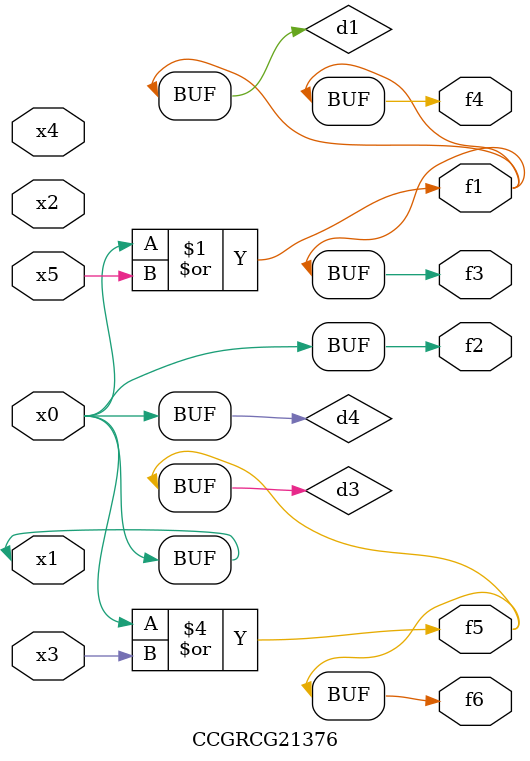
<source format=v>
module CCGRCG21376(
	input x0, x1, x2, x3, x4, x5,
	output f1, f2, f3, f4, f5, f6
);

	wire d1, d2, d3, d4;

	or (d1, x0, x5);
	xnor (d2, x1, x4);
	or (d3, x0, x3);
	buf (d4, x0, x1);
	assign f1 = d1;
	assign f2 = d4;
	assign f3 = d1;
	assign f4 = d1;
	assign f5 = d3;
	assign f6 = d3;
endmodule

</source>
